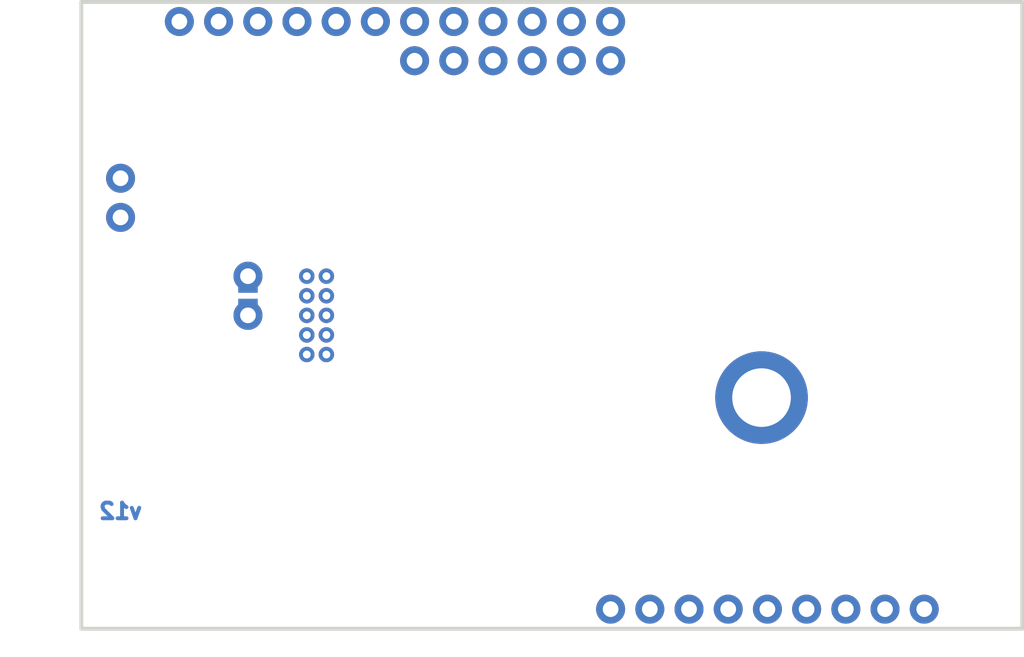
<source format=kicad_pcb>
(kicad_pcb (version 20241229) (generator "pcbnew") (generator_version "9.0")
  (layers (0 "F.Cu" signal) (2 "B.Cu" signal) (13 "F.Paste" user) (15 "B.Paste" user) (5 "F.SilkS" user "F.Silkscreen") (7 "B.SilkS" user "B.Silkscreen") (1 "F.Mask" user) (3 "B.Mask" user) (25 "Edge.Cuts" user))
  (net 0 "")
  (net 2 "Net-(J1-3.3V-Pad1)")
  (net 14 "Net-(J1-GND-Pad15)")
  (footprint "Artemis:Artemis" (layer "F.Cu") (at 91.6589 90.6289)
    (property "Reference" "J1" (hide yes))
    (property "Value" "Artemis" (hide yes))
    (fp_line (start 5.0211 -42.2289) (end 65.9811 -42.2289) (stroke (width 0.254)) (layer "Edge.Cuts"))
    (fp_line (start 5.0211 -1.5889) (end 5.0211 -42.2289) (stroke (width 0.254)) (layer "Edge.Cuts"))
    (fp_line (start 65.9811 -42.2289) (end 65.9811 -1.5889) (stroke (width 0.254)) (layer "Edge.Cuts"))
    (fp_line (start 65.9811 -1.5889) (end 5.0211 -1.5889) (stroke (width 0.254)) (layer "Edge.Cuts"))
    (fp_text user "v12" (at 7.5611 -9.2089 0) (layer "B.Cu") (effects (font (size 1.016 1.016) (thickness 0.254)) (justify mirror)))
    (pad "" np_thru_hole circle (at 7.5611 -39.6889) (size 3.302 3.302) (drill 3.302) (layers "*.Cu" "*.Mask"))
    (pad "" thru_hole circle (at 7.5611 -30.7989) (size 1.8796 1.8796) (drill 1.016) (layers "*.Cu" "*.Mask"))
    (pad "" thru_hole circle (at 7.5611 -28.2589) (size 1.8796 1.8796) (drill 1.016) (layers "*.Cu" "*.Mask"))
    (pad "" np_thru_hole circle (at 7.5611 -4.1289) (size 3.302 3.302) (drill 3.302) (layers "*.Cu" "*.Mask"))
    (pad "" thru_hole circle (at 15.8161 -24.4489 180) (size 1.8796 1.8796) (drill 1.016) (layers "*.Cu" "*.Mask"))
    (pad "" thru_hole circle (at 15.8161 -21.9089 180) (size 1.8796 1.8796) (drill 1.016) (layers "*.Cu" "*.Mask"))
    (pad "" thru_hole circle (at 19.6261 -24.4489 270) (size 1 1) (drill 0.508) (layers "*.Cu" "*.Mask"))
    (pad "" thru_hole circle (at 19.6261 -23.1789 270) (size 1 1) (drill 0.508) (layers "*.Cu" "*.Mask"))
    (pad "" thru_hole circle (at 19.6261 -21.9089 270) (size 1 1) (drill 0.508) (layers "*.Cu" "*.Mask"))
    (pad "" thru_hole circle (at 19.6261 -20.6389 270) (size 1 1) (drill 0.508) (layers "*.Cu" "*.Mask"))
    (pad "" thru_hole circle (at 19.6261 -19.3689 270) (size 1 1) (drill 0.508) (layers "*.Cu" "*.Mask"))
    (pad "" thru_hole circle (at 20.8961 -24.4489 270) (size 1 1) (drill 0.508) (layers "*.Cu" "*.Mask"))
    (pad "" thru_hole circle (at 20.8961 -23.1789 270) (size 1 1) (drill 0.508) (layers "*.Cu" "*.Mask"))
    (pad "" thru_hole circle (at 20.8961 -21.9089 270) (size 1 1) (drill 0.508) (layers "*.Cu" "*.Mask"))
    (pad "" thru_hole circle (at 20.8961 -20.6389 270) (size 1 1) (drill 0.508) (layers "*.Cu" "*.Mask"))
    (pad "" thru_hole circle (at 20.8961 -19.3689 270) (size 1 1) (drill 0.508) (layers "*.Cu" "*.Mask"))
    (pad "" np_thru_hole circle (at 43.1211 -39.6889) (size 3.302 3.302) (drill 3.302) (layers "*.Cu" "*.Mask"))
    (pad "" np_thru_hole circle (at 63.4411 -39.6889) (size 3.302 3.302) (drill 3.302) (layers "*.Cu" "*.Mask"))
    (pad "" np_thru_hole circle (at 63.4411 -4.1289) (size 3.302 3.302) (drill 3.302) (layers "*.Cu" "*.Mask"))
    (pad "1" smd rect (at 15.8161 -23.6869 270) (size 0.635 1.27) (layers "B.Cu" "B.Mask") (net 2 "Net-(J1-3.3V-Pad1)"))
    (pad "1" thru_hole circle (at 24.0711 -40.9589 270) (size 1.8796 1.8796) (drill 1.016) (layers "*.Cu" "*.Mask") (net 2 "Net-(J1-3.3V-Pad1)"))
    (pad "1" thru_hole circle (at 26.6111 -40.9589 90) (size 1.8796 1.8796) (drill 1.016) (layers "*.Cu" "*.Mask") (net 2 "Net-(J1-3.3V-Pad1)"))
    (pad "1" thru_hole circle (at 29.1511 -40.9589 90) (size 1.8796 1.8796) (drill 1.016) (layers "*.Cu" "*.Mask") (net 2 "Net-(J1-3.3V-Pad1)"))
    (pad "1" thru_hole circle (at 31.6911 -40.9589 90) (size 1.8796 1.8796) (drill 1.016) (layers "*.Cu" "*.Mask") (net 2 "Net-(J1-3.3V-Pad1)"))
    (pad "1" thru_hole circle (at 46.9311 -2.8589 90) (size 1.8796 1.8796) (drill 1.016) (layers "*.Cu" "*.Mask") (net 2 "Net-(J1-3.3V-Pad1)"))
    (pad "1" thru_hole circle (at 49.0901 -16.5749) (size 6 6) (drill 3.8) (layers "*.Cu" "*.Mask") (net 2 "Net-(J1-3.3V-Pad1)"))
    (pad "2" smd rect (at 15.8161 -22.6709 270) (size 0.635 1.27) (layers "B.Cu" "B.Mask"))
    (pad "11" thru_hole circle (at 57.0911 -2.8589 90) (size 1.8796 1.8796) (drill 1.016) (layers "*.Cu" "*.Mask"))
    (pad "12" thru_hole circle (at 54.5511 -2.8589 90) (size 1.8796 1.8796) (drill 1.016) (layers "*.Cu" "*.Mask"))
    (pad "13" thru_hole circle (at 59.6311 -2.8589 90) (size 1.8796 1.8796) (drill 1.016) (layers "*.Cu" "*.Mask"))
    (pad "15" thru_hole circle (at 11.3711 -40.9589 270) (size 1.8796 1.8796) (drill 1.016) (layers "*.Cu" "*.Mask") (net 14 "Net-(J1-GND-Pad15)"))
    (pad "15" thru_hole circle (at 34.2311 -40.9589 90) (size 1.8796 1.8796) (drill 1.016) (layers "*.Cu" "*.Mask") (net 14 "Net-(J1-GND-Pad15)"))
    (pad "15" thru_hole circle (at 36.7711 -40.9589 90) (size 1.8796 1.8796) (drill 1.016) (layers "*.Cu" "*.Mask") (net 14 "Net-(J1-GND-Pad15)"))
    (pad "15" thru_hole circle (at 39.3111 -40.9589 90) (size 1.8796 1.8796) (drill 1.016) (layers "*.Cu" "*.Mask") (net 14 "Net-(J1-GND-Pad15)"))
    (pad "15" thru_hole circle (at 39.3111 -2.8589 90) (size 1.8796 1.8796) (drill 1.016) (layers "*.Cu" "*.Mask") (net 14 "Net-(J1-GND-Pad15)"))
    (pad "15" thru_hole circle (at 49.4711 -2.8589 90) (size 1.8796 1.8796) (drill 1.016) (layers "*.Cu" "*.Mask") (net 14 "Net-(J1-GND-Pad15)"))
    (pad "16" thru_hole circle (at 21.5311 -40.9589 270) (size 1.8796 1.8796) (drill 1.016) (layers "*.Cu" "*.Mask"))
    (pad "17" thru_hole circle (at 18.9911 -40.9589 270) (size 1.8796 1.8796) (drill 1.016) (layers "*.Cu" "*.Mask"))
    (pad "18" thru_hole circle (at 16.4511 -40.9589 270) (size 1.8796 1.8796) (drill 1.016) (layers "*.Cu" "*.Mask"))
    (pad "20" thru_hole circle (at 39.3111 -38.4189 270) (size 1.8796 1.8796) (drill 1.016) (layers "*.Cu" "*.Mask"))
    (pad "21" thru_hole circle (at 36.7711 -38.4189 270) (size 1.8796 1.8796) (drill 1.016) (layers "*.Cu" "*.Mask"))
    (pad "22" thru_hole circle (at 34.2311 -38.4189 270) (size 1.8796 1.8796) (drill 1.016) (layers "*.Cu" "*.Mask"))
    (pad "23" thru_hole circle (at 31.6911 -38.4189 270) (size 1.8796 1.8796) (drill 1.016) (layers "*.Cu" "*.Mask"))
    (pad "24" thru_hole circle (at 29.1511 -38.4189 270) (size 1.8796 1.8796) (drill 1.016) (layers "*.Cu" "*.Mask"))
    (pad "25" thru_hole circle (at 26.6111 -38.4189 270) (size 1.8796 1.8796) (drill 1.016) (layers "*.Cu" "*.Mask"))
    (pad "26" thru_hole circle (at 44.3911 -2.8589 90) (size 1.8796 1.8796) (drill 1.016) (layers "*.Cu" "*.Mask"))
    (pad "27" thru_hole circle (at 41.8511 -2.8589 90) (size 1.8796 1.8796) (drill 1.016) (layers "*.Cu" "*.Mask"))
    (pad "28" thru_hole circle (at 13.9111 -40.9589 270) (size 1.8796 1.8796) (drill 1.016) (layers "*.Cu" "*.Mask"))
    (pad "30" thru_hole circle (at 52.0111 -2.8589 90) (size 1.8796 1.8796) (drill 1.016) (layers "*.Cu" "*.Mask"))
  )
)
</source>
